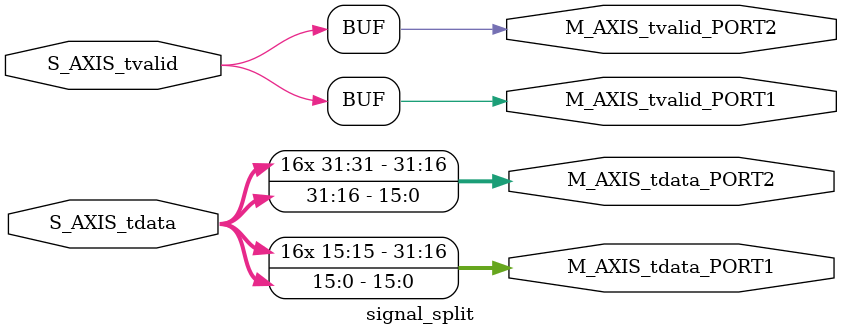
<source format=v>
`timescale 1ns / 1ps


module signal_split(
    (* X_INTERFACE_PARAMETER = "FREQ_HZ 125000000" *)
    input [31:0]       S_AXIS_tdata,
    input              S_AXIS_tvalid,
    (* X_INTERFACE_PARAMETER = "FREQ_HZ 125000000" *)
    output wire [31:0] M_AXIS_tdata_PORT1,
    output wire        M_AXIS_tvalid_PORT1,
    (* X_INTERFACE_PARAMETER = "FREQ_HZ 125000000" *)
    output wire [31:0] M_AXIS_tdata_PORT2,
    output wire        M_AXIS_tvalid_PORT2
    );
    
    parameter ADC_DATA_WIDTH = 16;
    parameter AXIS_TDATA_WIDTH = 32;
    
    assign M_AXIS_tdata_PORT1 = {{(AXIS_TDATA_WIDTH-ADC_DATA_WIDTH+1){S_AXIS_tdata[ADC_DATA_WIDTH-1]}},S_AXIS_tdata[ADC_DATA_WIDTH-1:0]};
    assign M_AXIS_tdata_PORT2 = {{(AXIS_TDATA_WIDTH-ADC_DATA_WIDTH+1){S_AXIS_tdata[AXIS_TDATA_WIDTH-1]}},S_AXIS_tdata[AXIS_TDATA_WIDTH-1:ADC_DATA_WIDTH]};
    assign M_AXIS_tvalid_PORT1 = S_AXIS_tvalid;
    assign M_AXIS_tvalid_PORT2 = S_AXIS_tvalid;

endmodule

</source>
